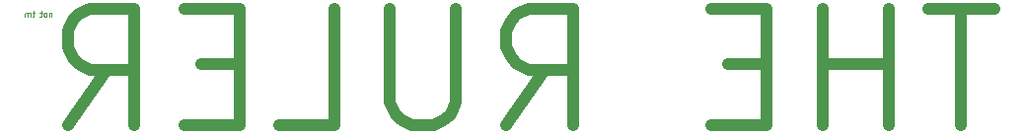
<source format=gbr>
%TF.GenerationSoftware,KiCad,Pcbnew,6.0.5*%
%TF.CreationDate,2022-05-09T00:08:56+02:00*%
%TF.ProjectId,gauge,67617567-652e-46b6-9963-61645f706362,rev?*%
%TF.SameCoordinates,Original*%
%TF.FileFunction,Legend,Bot*%
%TF.FilePolarity,Positive*%
%FSLAX46Y46*%
G04 Gerber Fmt 4.6, Leading zero omitted, Abs format (unit mm)*
G04 Created by KiCad (PCBNEW 6.0.5) date 2022-05-09 00:08:56*
%MOMM*%
%LPD*%
G01*
G04 APERTURE LIST*
%ADD10C,0.125000*%
%ADD11C,1.000000*%
G04 APERTURE END LIST*
D10*
X147642857Y-86892857D02*
X147642857Y-87226190D01*
X147642857Y-86940476D02*
X147619047Y-86916666D01*
X147571428Y-86892857D01*
X147500000Y-86892857D01*
X147452380Y-86916666D01*
X147428571Y-86964285D01*
X147428571Y-87226190D01*
X147119047Y-87226190D02*
X147166666Y-87202380D01*
X147190476Y-87178571D01*
X147214285Y-87130952D01*
X147214285Y-86988095D01*
X147190476Y-86940476D01*
X147166666Y-86916666D01*
X147119047Y-86892857D01*
X147047619Y-86892857D01*
X147000000Y-86916666D01*
X146976190Y-86940476D01*
X146952380Y-86988095D01*
X146952380Y-87130952D01*
X146976190Y-87178571D01*
X147000000Y-87202380D01*
X147047619Y-87226190D01*
X147119047Y-87226190D01*
X146809523Y-86892857D02*
X146619047Y-86892857D01*
X146738095Y-86726190D02*
X146738095Y-87154761D01*
X146714285Y-87202380D01*
X146666666Y-87226190D01*
X146619047Y-87226190D01*
X146142857Y-86892857D02*
X145952380Y-86892857D01*
X146071428Y-86726190D02*
X146071428Y-87154761D01*
X146047619Y-87202380D01*
X146000000Y-87226190D01*
X145952380Y-87226190D01*
X145785714Y-87226190D02*
X145785714Y-86892857D01*
X145785714Y-86940476D02*
X145761904Y-86916666D01*
X145714285Y-86892857D01*
X145642857Y-86892857D01*
X145595238Y-86916666D01*
X145571428Y-86964285D01*
X145571428Y-87226190D01*
X145571428Y-86964285D02*
X145547619Y-86916666D01*
X145500000Y-86892857D01*
X145428571Y-86892857D01*
X145380952Y-86916666D01*
X145357142Y-86964285D01*
X145357142Y-87226190D01*
D11*
X228547619Y-86523809D02*
X222833333Y-86523809D01*
X225690476Y-96523809D02*
X225690476Y-86523809D01*
X219500000Y-96523809D02*
X219500000Y-86523809D01*
X219500000Y-91285714D02*
X213785714Y-91285714D01*
X213785714Y-96523809D02*
X213785714Y-86523809D01*
X209023809Y-91285714D02*
X205690476Y-91285714D01*
X204261904Y-96523809D02*
X209023809Y-96523809D01*
X209023809Y-86523809D01*
X204261904Y-86523809D01*
X186642857Y-96523809D02*
X189976190Y-91761904D01*
X192357142Y-96523809D02*
X192357142Y-86523809D01*
X188547619Y-86523809D01*
X187595238Y-87000000D01*
X187119047Y-87476190D01*
X186642857Y-88428571D01*
X186642857Y-89857142D01*
X187119047Y-90809523D01*
X187595238Y-91285714D01*
X188547619Y-91761904D01*
X192357142Y-91761904D01*
X182357142Y-86523809D02*
X182357142Y-94619047D01*
X181880952Y-95571428D01*
X181404761Y-96047619D01*
X180452380Y-96523809D01*
X178547619Y-96523809D01*
X177595238Y-96047619D01*
X177119047Y-95571428D01*
X176642857Y-94619047D01*
X176642857Y-86523809D01*
X167119047Y-96523809D02*
X171880952Y-96523809D01*
X171880952Y-86523809D01*
X163785714Y-91285714D02*
X160452380Y-91285714D01*
X159023809Y-96523809D02*
X163785714Y-96523809D01*
X163785714Y-86523809D01*
X159023809Y-86523809D01*
X149023809Y-96523809D02*
X152357142Y-91761904D01*
X154738095Y-96523809D02*
X154738095Y-86523809D01*
X150928571Y-86523809D01*
X149976190Y-87000000D01*
X149500000Y-87476190D01*
X149023809Y-88428571D01*
X149023809Y-89857142D01*
X149500000Y-90809523D01*
X149976190Y-91285714D01*
X150928571Y-91761904D01*
X154738095Y-91761904D01*
M02*

</source>
